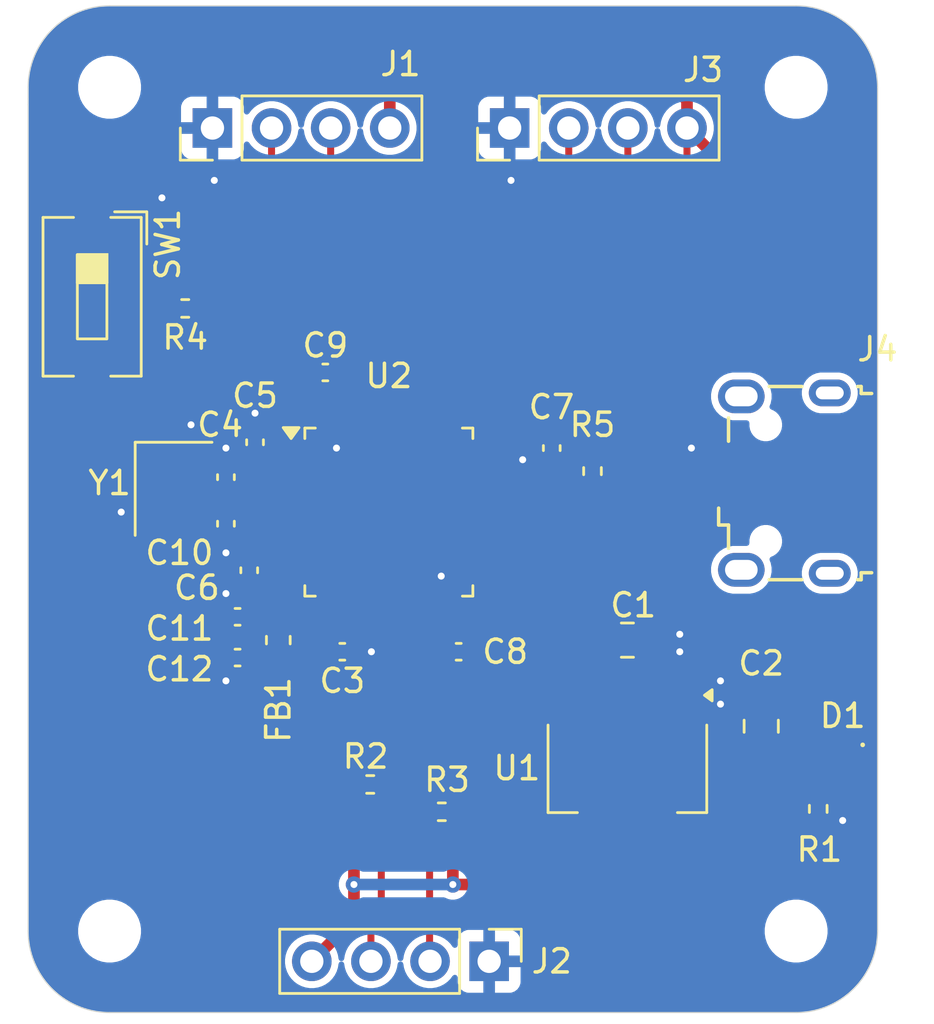
<source format=kicad_pcb>
(kicad_pcb (version 20241229) (generator "pcbnew") (generator_version "9.0")
  (layers (0 "F.Cu" signal) (2 "B.Cu" power) (13 "F.Paste" user) (15 "B.Paste" user) (5 "F.SilkS" user "F.Silkscreen") (7 "B.SilkS" user "B.Silkscreen") (1 "F.Mask" user) (3 "B.Mask" user) (25 "Edge.Cuts" user))
  (net 0 "")
  (net 1 "GND")
  (net 2 "VBUS")
  (net 3 "+3.3V")
  (net 4 "/NRST")
  (net 5 "/HSE_IN")
  (net 6 "/HSE_OUT")
  (net 7 "+3.3VA")
  (net 8 "/PWR_LED_K")
  (net 9 "/USART1_TX")
  (net 10 "/USART1_RX")
  (net 11 "/I2C2_SCL")
  (net 12 "/I2C2_SDA")
  (net 13 "/SWCLK")
  (net 14 "/SWDIO")
  (net 15 "/USB_D+")
  (net 18 "/USB_D-")
  (net 19 "/BOOT0")
  (net 20 "/SW_BOOT0")
  (footprint "Capacitor_SMD:C_0402_1005Metric" (layer "F.Cu") (at 64 79 -90)
    (property "Reference" "C6" (at 2.75 1.25 180) (layer "F.SilkS"))
    (property "Value" "10p")
    (fp_line (start -0.107836 0.36) (end 0.107836 0.36) (stroke (width 0.12)) (layer "F.SilkS"))
    (fp_line (start -0.107836 -0.36) (end 0.107836 -0.36) (stroke (width 0.12)) (layer "F.SilkS"))
    (pad "1" smd roundrect (at -0.48 0 270) (size 0.56 0.62) (layers "F.Cu" "F.Mask" "F.Paste") (net 6 "/HSE_OUT"))
    (pad "2" smd roundrect (at 0.48 0 270) (size 0.56 0.62) (layers "F.Cu" "F.Mask" "F.Paste") (net 1 "GND"))
  )
  (footprint "Capacitor_SMD:C_0805_2012Metric" (layer "F.Cu") (at 87 87.7 90)
    (property "Reference" "C2" (at 2.7 0 0) (layer "F.SilkS"))
    (property "Value" "22u")
    (fp_line (start -0.261252 -0.735) (end 0.261252 -0.735) (stroke (width 0.12)) (layer "F.SilkS"))
    (fp_line (start -0.261252 0.735) (end 0.261252 0.735) (stroke (width 0.12)) (layer "F.SilkS"))
    (pad "1" smd roundrect (at -0.95 0 90) (size 1 1.45) (layers "F.Cu" "F.Mask" "F.Paste") (net 3 "+3.3V"))
    (pad "2" smd roundrect (at 0.95 0 90) (size 1 1.45) (layers "F.Cu" "F.Mask" "F.Paste") (net 1 "GND"))
  )
  (footprint "Package_QFP:LQFP-48_7x7mm_P0.5mm" (layer "F.Cu") (at 71 78.5)
    (property "Reference" "U2" (at 0 -5.85 0) (layer "F.SilkS"))
    (property "Value" "STM32F103C8Tx")
    (fp_line (start -3.61 -3.61) (end -3.61 -3.16) (stroke (width 0.12)) (layer "F.SilkS"))
    (fp_line (start -3.61 3.61) (end -3.61 3.16) (stroke (width 0.12)) (layer "F.SilkS"))
    (fp_line (start -3.16 -3.61) (end -3.61 -3.61) (stroke (width 0.12)) (layer "F.SilkS"))
    (fp_line (start -3.16 3.61) (end -3.61 3.61) (stroke (width 0.12)) (layer "F.SilkS"))
    (fp_line (start 3.16 -3.61) (end 3.61 -3.61) (stroke (width 0.12)) (layer "F.SilkS"))
    (fp_line (start 3.16 3.61) (end 3.61 3.61) (stroke (width 0.12)) (layer "F.SilkS"))
    (fp_line (start 3.61 -3.61) (end 3.61 -3.16) (stroke (width 0.12)) (layer "F.SilkS"))
    (fp_line (start 3.61 3.61) (end 3.61 3.16) (stroke (width 0.12)) (layer "F.SilkS"))
    (fp_poly (pts (xy -4.2 -3.16) (xy -4.54 -3.63) (xy -3.86 -3.63)) (stroke (width 0.12)) (fill yes) (layer "F.SilkS"))
    (pad "1" smd roundrect (at -4.1625 -2.75) (size 1.475 0.3) (layers "F.Cu" "F.Mask" "F.Paste") (net 3 "+3.3V"))
    (pad "2" smd roundrect (at -4.1625 -2.25) (size 1.475 0.3) (layers "F.Cu" "F.Mask" "F.Paste"))
    (pad "3" smd roundrect (at -4.1625 -1.75) (size 1.475 0.3) (layers "F.Cu" "F.Mask" "F.Paste"))
    (pad "4" smd roundrect (at -4.1625 -1.25) (size 1.475 0.3) (layers "F.Cu" "F.Mask" "F.Paste"))
    (pad "5" smd roundrect (at -4.1625 -0.75) (size 1.475 0.3) (layers "F.Cu" "F.Mask" "F.Paste") (net 5 "/HSE_IN"))
    (pad "6" smd roundrect (at -4.1625 -0.25) (size 1.475 0.3) (layers "F.Cu" "F.Mask" "F.Paste") (net 6 "/HSE_OUT"))
    (pad "7" smd roundrect (at -4.1625 0.25) (size 1.475 0.3) (layers "F.Cu" "F.Mask" "F.Paste") (net 4 "/NRST"))
    (pad "8" smd roundrect (at -4.1625 0.75) (size 1.475 0.3) (layers "F.Cu" "F.Mask" "F.Paste") (net 1 "GND"))
    (pad "9" smd roundrect (at -4.1625 1.25) (size 1.475 0.3) (layers "F.Cu" "F.Mask" "F.Paste") (net 7 "+3.3VA"))
    (pad "10" smd roundrect (at -4.1625 1.75) (size 1.475 0.3) (layers "F.Cu" "F.Mask" "F.Paste"))
    (pad "11" smd roundrect (at -4.1625 2.25) (size 1.475 0.3) (layers "F.Cu" "F.Mask" "F.Paste"))
    (pad "12" smd roundrect (at -4.1625 2.75) (size 1.475 0.3) (layers "F.Cu" "F.Mask" "F.Paste"))
    (pad "13" smd roundrect (at -2.75 4.1625) (size 0.3 1.475) (layers "F.Cu" "F.Mask" "F.Paste"))
    (pad "14" smd roundrect (at -2.25 4.1625) (size 0.3 1.475) (layers "F.Cu" "F.Mask" "F.Paste"))
    (pad "15" smd roundrect (at -1.75 4.1625) (size 0.3 1.475) (layers "F.Cu" "F.Mask" "F.Paste"))
    (pad "16" smd roundrect (at -1.25 4.1625) (size 0.3 1.475) (layers "F.Cu" "F.Mask" "F.Paste"))
    (pad "17" smd roundrect (at -0.75 4.1625) (size 0.3 1.475) (layers "F.Cu" "F.Mask" "F.Paste"))
    (pad "18" smd roundrect (at -0.25 4.1625) (size 0.3 1.475) (layers "F.Cu" "F.Mask" "F.Paste"))
    (pad "19" smd roundrect (at 0.25 4.1625) (size 0.3 1.475) (layers "F.Cu" "F.Mask" "F.Paste"))
    (pad "20" smd roundrect (at 0.75 4.1625) (size 0.3 1.475) (layers "F.Cu" "F.Mask" "F.Paste"))
    (pad "21" smd roundrect (at 1.25 4.1625) (size 0.3 1.475) (layers "F.Cu" "F.Mask" "F.Paste") (net 11 "/I2C2_SCL"))
    (pad "22" smd roundrect (at 1.75 4.1625) (size 0.3 1.475) (layers "F.Cu" "F.Mask" "F.Paste") (net 12 "/I2C2_SDA"))
    (pad "23" smd roundrect (at 2.25 4.1625) (size 0.3 1.475) (layers "F.Cu" "F.Mask" "F.Paste") (net 1 "GND"))
    (pad "24" smd roundrect (at 2.75 4.1625) (size 0.3 1.475) (layers "F.Cu" "F.Mask" "F.Paste") (net 3 "+3.3V"))
    (pad "25" smd roundrect (at 4.1625 2.75) (size 1.475 0.3) (layers "F.Cu" "F.Mask" "F.Paste"))
    (pad "26" smd roundrect (at 4.1625 2.25) (size 1.475 0.3) (layers "F.Cu" "F.Mask" "F.Paste"))
    (pad "27" smd roundrect (at 4.1625 1.75) (size 1.475 0.3) (layers "F.Cu" "F.Mask" "F.Paste"))
    (pad "28" smd roundrect (at 4.1625 1.25) (size 1.475 0.3) (layers "F.Cu" "F.Mask" "F.Paste"))
    (pad "29" smd roundrect (at 4.1625 0.75) (size 1.475 0.3) (layers "F.Cu" "F.Mask" "F.Paste"))
    (pad "30" smd roundrect (at 4.1625 0.25) (size 1.475 0.3) (layers "F.Cu" "F.Mask" "F.Paste"))
    (pad "31" smd roundrect (at 4.1625 -0.25) (size 1.475 0.3) (layers "F.Cu" "F.Mask" "F.Paste"))
    (pad "32" smd roundrect (at 4.1625 -0.75) (size 1.475 0.3) (layers "F.Cu" "F.Mask" "F.Paste") (net 18 "/USB_D-"))
    (pad "33" smd roundrect (at 4.1625 -1.25) (size 1.475 0.3) (layers "F.Cu" "F.Mask" "F.Paste") (net 15 "/USB_D+"))
    (pad "34" smd roundrect (at 4.1625 -1.75) (size 1.475 0.3) (layers "F.Cu" "F.Mask" "F.Paste") (net 14 "/SWDIO"))
    (pad "35" smd roundrect (at 4.1625 -2.25) (size 1.475 0.3) (layers "F.Cu" "F.Mask" "F.Paste") (net 1 "GND"))
    (pad "36" smd roundrect (at 4.1625 -2.75) (size 1.475 0.3) (layers "F.Cu" "F.Mask" "F.Paste") (net 3 "+3.3V"))
    (pad "37" smd roundrect (at 2.75 -4.1625) (size 0.3 1.475) (layers "F.Cu" "F.Mask" "F.Paste") (net 13 "/SWCLK"))
    (pad "38" smd roundrect (at 2.25 -4.1625) (size 0.3 1.475) (layers "F.Cu" "F.Mask" "F.Paste"))
    (pad "39" smd roundrect (at 1.75 -4.1625) (size 0.3 1.475) (layers "F.Cu" "F.Mask" "F.Paste"))
    (pad "40" smd roundrect (at 1.25 -4.1625) (size 0.3 1.475) (layers "F.Cu" "F.Mask" "F.Paste"))
    (pad "41" smd roundrect (at 0.75 -4.1625) (size 0.3 1.475) (layers "F.Cu" "F.Mask" "F.Paste"))
    (pad "42" smd roundrect (at 0.25 -4.1625) (size 0.3 1.475) (layers "F.Cu" "F.Mask" "F.Paste") (net 9 "/USART1_TX"))
    (pad "43" smd roundrect (at -0.25 -4.1625) (size 0.3 1.475) (layers "F.Cu" "F.Mask" "F.Paste") (net 10 "/USART1_RX"))
    (pad "44" smd roundrect (at -0.75 -4.1625) (size 0.3 1.475) (layers "F.Cu" "F.Mask" "F.Paste") (net 19 "/BOOT0"))
    (pad "45" smd roundrect (at -1.25 -4.1625) (size 0.3 1.475) (layers "F.Cu" "F.Mask" "F.Paste"))
    (pad "46" smd roundrect (at -1.75 -4.1625) (size 0.3 1.475) (layers "F.Cu" "F.Mask" "F.Paste"))
    (pad "47" smd roundrect (at -2.25 -4.1625) (size 0.3 1.475) (layers "F.Cu" "F.Mask" "F.Paste") (net 1 "GND"))
    (pad "48" smd roundrect (at -2.75 -4.1625) (size 0.3 1.475) (layers "F.Cu" "F.Mask" "F.Paste") (net 3 "+3.3V"))
  )
  (footprint "Resistor_SMD:R_0402_1005Metric" (layer "F.Cu") (at 73.275 91.375 180)
    (property "Reference" "R3" (at -0.225 1.375 0) (layer "F.SilkS"))
    (property "Value" "1k5")
    (fp_line (start -0.153641 0.38) (end 0.153641 0.38) (stroke (width 0.12)) (layer "F.SilkS"))
    (fp_line (start -0.153641 -0.38) (end 0.153641 -0.38) (stroke (width 0.12)) (layer "F.SilkS"))
    (pad "1" smd roundrect (at -0.51 0 180) (size 0.54 0.64) (layers "F.Cu" "F.Mask" "F.Paste") (net 3 "+3.3V"))
    (pad "2" smd roundrect (at 0.51 0 180) (size 0.54 0.64) (layers "F.Cu" "F.Mask" "F.Paste") (net 12 "/I2C2_SDA"))
  )
  (footprint "MountingHole:MountingHole_2.2mm_M2" (layer "F.Cu") (at 59 96.5)
    (property "Reference" "H4" (hide yes))
    (property "Value" "MountingHole" (hide yes))
    (pad "" np_thru_hole circle (at 0 0) (size 2.2 2.2) (drill 2.2) (layers "*.Cu" "*.Mask"))
  )
  (footprint "Resistor_SMD:R_0402_1005Metric" (layer "F.Cu") (at 62.25 69.75)
    (property "Reference" "R4" (at 0 1.25 0) (layer "F.SilkS"))
    (property "Value" "10k")
    (fp_line (start -0.153641 -0.38) (end 0.153641 -0.38) (stroke (width 0.12)) (layer "F.SilkS"))
    (fp_line (start -0.153641 0.38) (end 0.153641 0.38) (stroke (width 0.12)) (layer "F.SilkS"))
    (pad "1" smd roundrect (at -0.51 0) (size 0.54 0.64) (layers "F.Cu" "F.Mask" "F.Paste") (net 20 "/SW_BOOT0"))
    (pad "2" smd roundrect (at 0.51 0) (size 0.54 0.64) (layers "F.Cu" "F.Mask" "F.Paste") (net 19 "/BOOT0"))
  )
  (footprint "Capacitor_SMD:C_0402_1005Metric" (layer "F.Cu") (at 64 77 90)
    (property "Reference" "C4" (at 2.25 -0.25 0) (layer "F.SilkS"))
    (property "Value" "10p")
    (fp_line (start -0.107836 -0.36) (end 0.107836 -0.36) (stroke (width 0.12)) (layer "F.SilkS"))
    (fp_line (start -0.107836 0.36) (end 0.107836 0.36) (stroke (width 0.12)) (layer "F.SilkS"))
    (pad "1" smd roundrect (at -0.48 0 90) (size 0.56 0.62) (layers "F.Cu" "F.Mask" "F.Paste") (net 5 "/HSE_IN"))
    (pad "2" smd roundrect (at 0.48 0 90) (size 0.56 0.62) (layers "F.Cu" "F.Mask" "F.Paste") (net 1 "GND"))
  )
  (footprint "MountingHole:MountingHole_2.2mm_M2" (layer "F.Cu") (at 88.5 60.25)
    (property "Reference" "H2" (hide yes))
    (property "Value" "MountingHole" (hide yes))
    (pad "" np_thru_hole circle (at 0 0) (size 2.2 2.2) (drill 2.2) (layers "*.Cu" "*.Mask"))
  )
  (footprint "Button_Switch_SMD:SW_DIP_SPSTx01_Slide_6.7x4.1mm_W8.61mm_P2.54mm_LowProfile" (layer "F.Cu") (at 58.25 69.25 -90)
    (property "Reference" "SW1" (at -2.25 -3.25 270) (layer "F.SilkS"))
    (property "Value" "SW_SPDT")
    (fp_line (start -3.41 2.11) (end 3.41 2.11) (stroke (width 0.12)) (layer "F.SilkS"))
    (fp_line (start -3.41 0.8) (end -3.41 2.11) (stroke (width 0.12)) (layer "F.SilkS"))
    (fp_line (start 3.41 0.8) (end 3.41 2.11) (stroke (width 0.12)) (layer "F.SilkS"))
    (fp_line (start -0.603333 -0.635) (end -0.603333 0.635) (stroke (width 0.12)) (layer "F.SilkS"))
    (fp_line (start -3.41 -2.11) (end -3.41 -0.8) (stroke (width 0.12)) (layer "F.SilkS"))
    (fp_line (start -3.41 -2.11) (end 3.41 -2.11) (stroke (width 0.12)) (layer "F.SilkS"))
    (fp_line (start 3.41 -2.11) (end 3.41 -0.8) (stroke (width 0.12)) (layer "F.SilkS"))
    (fp_line (start -3.65 -2.35) (end -3.65 -0.967) (stroke (width 0.12)) (layer "F.SilkS"))
    (fp_line (start -3.65 -2.35) (end -2.267 -2.35) (stroke (width 0.12)) (layer "F.SilkS"))
    (fp_rect (start -1.81 -0.635) (end -0.603333 0.635) (stroke (width 0.12)) (fill yes) (layer "F.SilkS"))
    (fp_rect (start -1.81 -0.635) (end 1.81 0.635) (stroke (width 0.12)) (fill no) (layer "F.SilkS"))
    (pad "1" smd roundrect (at -4.305 0 270) (size 2.44 1.12) (layers "F.Cu" "F.Mask" "F.Paste") (roundrect_rratio 0.223214) (net 1 "GND"))
    (pad "2" smd roundrect (at 4.305 0 270) (size 2.44 1.12) (layers "F.Cu" "F.Mask" "F.Paste") (roundrect_rratio 0.223214) (net 20 "/SW_BOOT0"))
  )
  (footprint "Resistor_SMD:R_0402_1005Metric" (layer "F.Cu") (at 79.75 76.74 -90)
    (property "Reference" "R5" (at -1.99 0 180) (layer "F.SilkS"))
    (property "Value" "1K5")
    (fp_line (start -0.153641 0.38) (end 0.153641 0.38) (stroke (width 0.12)) (layer "F.SilkS"))
    (fp_line (start -0.153641 -0.38) (end 0.153641 -0.38) (stroke (width 0.12)) (layer "F.SilkS"))
    (pad "1" smd roundrect (at -0.51 0 270) (size 0.54 0.64) (layers "F.Cu" "F.Mask" "F.Paste") (net 3 "+3.3V"))
    (pad "2" smd roundrect (at 0.51 0 270) (size 0.54 0.64) (layers "F.Cu" "F.Mask" "F.Paste") (net 15 "/USB_D+"))
  )
  (footprint "MountingHole:MountingHole_2.2mm_M2" (layer "F.Cu") (at 88.5 96.5)
    (property "Reference" "H3" (hide yes))
    (property "Value" "MountingHole" (hide yes))
    (pad "" np_thru_hole circle (at 0 0) (size 2.2 2.2) (drill 2.2) (layers "*.Cu" "*.Mask"))
  )
  (footprint "Resistor_SMD:R_0402_1005Metric" (layer "F.Cu") (at 89.45 91.25 -90)
    (property "Reference" "R1" (at 1.75 -0.05 180) (layer "F.SilkS"))
    (property "Value" "1k5")
    (fp_line (start -0.153641 0.38) (end 0.153641 0.38) (stroke (width 0.12)) (layer "F.SilkS"))
    (fp_line (start -0.153641 -0.38) (end 0.153641 -0.38) (stroke (width 0.12)) (layer "F.SilkS"))
    (pad "1" smd roundrect (at -0.51 0 270) (size 0.54 0.64) (layers "F.Cu" "F.Mask" "F.Paste") (net 8 "/PWR_LED_K"))
    (pad "2" smd roundrect (at 0.51 0 270) (size 0.54 0.64) (layers "F.Cu" "F.Mask" "F.Paste") (net 1 "GND"))
  )
  (footprint "Connector_PinHeader_2.54mm:PinHeader_1x04_P2.54mm_Vertical" (layer "F.Cu") (at 75.31 97.8 -90)
    (property "Reference" "J2" (at 0 -2.69 180) (layer "F.SilkS"))
    (property "Value" "Conn_01x04_Pin")
    (fp_line (start -1.38 9) (end 1.38 9) (stroke (width 0.12)) (layer "F.SilkS"))
    (fp_line (start -1.38 1.27) (end -1.38 9) (stroke (width 0.12)) (layer "F.SilkS"))
    (fp_line (start -1.38 1.27) (end 1.38 1.27) (stroke (width 0.12)) (layer "F.SilkS"))
    (fp_line (start 1.38 1.27) (end 1.38 9) (stroke (width 0.12)) (layer "F.SilkS"))
    (fp_line (start -1.38 0) (end -1.38 -1.38) (stroke (width 0.12)) (layer "F.SilkS"))
    (fp_line (start -1.38 -1.38) (end 0 -1.38) (stroke (width 0.12)) (layer "F.SilkS"))
    (pad "1" thru_hole rect (at 0 0 270) (size 1.7 1.7) (drill 1) (layers "*.Cu" "*.Mask") (net 1 "GND"))
    (pad "2" thru_hole circle (at 0 2.54 270) (size 1.7 1.7) (drill 1) (layers "*.Cu" "*.Mask") (net 12 "/I2C2_SDA"))
    (pad "3" thru_hole circle (at 0 5.08 270) (size 1.7 1.7) (drill 1) (layers "*.Cu" "*.Mask") (net 11 "/I2C2_SCL"))
    (pad "4" thru_hole circle (at 0 7.62 270) (size 1.7 1.7) (drill 1) (layers "*.Cu" "*.Mask") (net 3 "+3.3V"))
  )
  (footprint "Resistor_SMD:R_0402_1005Metric" (layer "F.Cu") (at 70.2 90.2)
    (property "Reference" "R2" (at -0.2 -1.2 0) (layer "F.SilkS"))
    (property "Value" "1k5")
    (fp_line (start -0.153641 -0.38) (end 0.153641 -0.38) (stroke (width 0.12)) (layer "F.SilkS"))
    (fp_line (start -0.153641 0.38) (end 0.153641 0.38) (stroke (width 0.12)) (layer "F.SilkS"))
    (pad "1" smd roundrect (at -0.51 0) (size 0.54 0.64) (layers "F.Cu" "F.Mask" "F.Paste") (net 3 "+3.3V"))
    (pad "2" smd roundrect (at 0.51 0) (size 0.54 0.64) (layers "F.Cu" "F.Mask" "F.Paste") (net 11 "/I2C2_SCL"))
  )
  (footprint "Connector_USB:USB_Micro-B_Wuerth_629105150521" (layer "F.Cu") (at 87.995 77.255 90)
    (property "Reference" "J4" (at 5.75 4 180) (layer "F.SilkS"))
    (property "Value" "USB_B_Micro")
    (fp_line (start -1.075 -2.825) (end -1.8 -2.825) (stroke (width 0.15)) (layer "F.SilkS"))
    (fp_line (start -1.8 -2.825) (end -1.8 -2.4) (stroke (width 0.15)) (layer "F.SilkS"))
    (fp_line (start 1.8 -2.4) (end 2.8 -2.4) (stroke (width 0.15)) (layer "F.SilkS"))
    (fp_line (start -1.8 -2.4) (end -2.8 -2.4) (stroke (width 0.15)) (layer "F.SilkS"))
    (fp_line (start -4.15 -0.65) (end -4.15 0.75) (stroke (width 0.15)) (layer "F.SilkS"))
    (fp_line (start 4.15 0.75) (end 4.15 -0.65) (stroke (width 0.15)) (layer "F.SilkS"))
    (fp_line (start -4.15 3.15) (end -4.15 3.3) (stroke (width 0.15)) (layer "F.SilkS"))
    (fp_line (start 4.15 3.3) (end 4.15 3.15) (stroke (width 0.15)) (layer "F.SilkS"))
    (fp_line (start 3.85 3.3) (end 4.15 3.3) (stroke (width 0.15)) (layer "F.SilkS"))
    (fp_line (start -3.85 3.3) (end -3.85 3.75) (stroke (width 0.15)) (layer "F.SilkS"))
    (fp_line (start -4.15 3.3) (end -3.85 3.3) (stroke (width 0.15)) (layer "F.SilkS"))
    (fp_line (start 3.85 3.75) (end 3.85 3.3) (stroke (width 0.15)) (layer "F.SilkS"))
    (pad "" np_thru_hole oval (at -2.5 -0.8 90) (size 0.8 0.8) (drill 0.8) (layers "*.Cu" "*.Mask"))
    (pad "" np_thru_hole oval (at 2.5 -0.8 90) (size 0.8 0.8) (drill 0.8) (layers "*.Cu" "*.Mask"))
    (pad "1" smd rect (at -1.3 -1.9 90) (size 0.45 1.3) (layers "F.Cu" "F.Mask" "F.Paste") (net 2 "VBUS"))
    (pad "2" smd rect (at -0.65 -1.9 90) (size 0.45 1.3) (layers "F.Cu" "F.Mask" "F.Paste") (net 18 "/USB_D-"))
    (pad "3" smd rect (at 0 -1.9 90) (size 0.45 1.3) (layers "F.Cu" "F.Mask" "F.Paste") (net 15 "/USB_D+"))
    (pad "4" smd rect (at 0.65 -1.9 90) (size 0.45 1.3) (layers "F.Cu" "F.Mask" "F.Paste"))
    (pad "5" smd rect (at 1.3 -1.9 90) (size 0.45 1.3) (layers "F.Cu" "F.Mask" "F.Paste") (net 1 "GND"))
    (pad "6" thru_hole oval (at -3.875 1.95 90) (size 1.15 1.8) (drill oval 0.55 1.2) (property pad_prop_heatsink) (layers "*.Cu" "*.Mask"))
    (pad "6" thru_hole oval (at -3.725 -1.85 90) (size 1.45 2) (drill oval 0.85 1.4) (property pad_prop_heatsink) (layers "*.Cu" "*.Mask"))
    (pad "6" thru_hole oval (at 3.725 -1.85 90) (size 1.45 2) (drill oval 0.85 1.4) (property pad_prop_heatsink) (layers "*.Cu" "*.Mask"))
    (pad "6" thru_hole oval (at 3.875 1.95 90) (size 1.15 1.8) (drill oval 0.55 1.2) (property pad_prop_heatsink) (layers "*.Cu" "*.Mask"))
  )
  (footprint "Capacitor_SMD:C_0402_1005Metric" (layer "F.Cu") (at 68.27 72.5)
    (property "Reference" "C9" (at 0 -1.16 0) (layer "F.SilkS"))
    (property "Value" "100n")
    (fp_line (start -0.107836 -0.36) (end 0.107836 -0.36) (stroke (width 0.12)) (layer "F.SilkS"))
    (fp_line (start -0.107836 0.36) (end 0.107836 0.36) (stroke (width 0.12)) (layer "F.SilkS"))
    (pad "1" smd roundrect (at -0.48 0) (size 0.56 0.62) (layers "F.Cu" "F.Mask" "F.Paste") (net 3 "+3.3V"))
    (pad "2" smd roundrect (at 0.48 0) (size 0.56 0.62) (layers "F.Cu" "F.Mask" "F.Paste") (net 1 "GND"))
  )
  (footprint "Capacitor_SMD:C_0402_1005Metric" (layer "F.Cu") (at 65.25 75.5 90)
    (property "Reference" "C5" (at 2 0 180) (layer "F.SilkS"))
    (property "Value" "100n")
    (fp_line (start -0.107836 -0.36) (end 0.107836 -0.36) (stroke (width 0.12)) (layer "F.SilkS"))
    (fp_line (start -0.107836 0.36) (end 0.107836 0.36) (stroke (width 0.12)) (layer "F.SilkS"))
    (pad "1" smd roundrect (at -0.48 0 90) (size 0.56 0.62) (layers "F.Cu" "F.Mask" "F.Paste") (net 3 "+3.3V"))
    (pad "2" smd roundrect (at 0.48 0 90) (size 0.56 0.62) (layers "F.Cu" "F.Mask" "F.Paste") (net 1 "GND"))
  )
  (footprint "MountingHole:MountingHole_2.2mm_M2" (layer "F.Cu") (at 59 60.25)
    (property "Reference" "H1" (hide yes))
    (property "Value" "MountingHole" (hide yes))
    (pad "" np_thru_hole circle (at 0 0) (size 2.2 2.2) (drill 2.2) (layers "*.Cu" "*.Mask"))
  )
  (footprint "Capacitor_SMD:C_0402_1005Metric" (layer "F.Cu") (at 65 81 90)
    (property "Reference" "C10" (at 0.75 -3 180) (layer "F.SilkS"))
    (property "Value" "10n")
    (fp_line (start -0.107836 -0.36) (end 0.107836 -0.36) (stroke (width 0.12)) (layer "F.SilkS"))
    (fp_line (start -0.107836 0.36) (end 0.107836 0.36) (stroke (width 0.12)) (layer "F.SilkS"))
    (pad "1" smd roundrect (at -0.48 0 90) (size 0.56 0.62) (layers "F.Cu" "F.Mask" "F.Paste") (net 1 "GND"))
    (pad "2" smd roundrect (at 0.48 0 90) (size 0.56 0.62) (layers "F.Cu" "F.Mask" "F.Paste") (net 7 "+3.3VA"))
  )
  (footprint "Capacitor_SMD:C_0402_1005Metric" (layer "F.Cu") (at 64.5 84.75 180)
    (property "Reference" "C12" (at 2.5 -0.5 0) (layer "F.SilkS"))
    (property "Value" "1u")
    (fp_line (start -0.107836 0.36) (end 0.107836 0.36) (stroke (width 0.12)) (layer "F.SilkS"))
    (fp_line (start -0.107836 -0.36) (end 0.107836 -0.36) (stroke (width 0.12)) (layer "F.SilkS"))
    (pad "1" smd roundrect (at -0.48 0 180) (size 0.56 0.62) (layers "F.Cu" "F.Mask" "F.Paste") (net 3 "+3.3V"))
    (pad "2" smd roundrect (at 0.48 0 180) (size 0.56 0.62) (layers "F.Cu" "F.Mask" "F.Paste") (net 1 "GND"))
  )
  (footprint "Capacitor_SMD:C_0402_1005Metric" (layer "F.Cu") (at 69 84.5)
    (property "Reference" "C3" (at 0 1.25 0) (layer "F.SilkS"))
    (property "Value" "100n")
    (fp_line (start -0.107836 -0.36) (end 0.107836 -0.36) (stroke (width 0.12)) (layer "F.SilkS"))
    (fp_line (start -0.107836 0.36) (end 0.107836 0.36) (stroke (width 0.12)) (layer "F.SilkS"))
    (pad "1" smd roundrect (at -0.48 0) (size 0.56 0.62) (layers "F.Cu" "F.Mask" "F.Paste") (net 4 "/NRST"))
    (pad "2" smd roundrect (at 0.48 0) (size 0.56 0.62) (layers "F.Cu" "F.Mask" "F.Paste") (net 1 "GND"))
  )
  (footprint "Package_TO_SOT_SMD:SOT-223-3_TabPin2" (layer "F.Cu") (at 81.25 89.5 -90)
    (property "Reference" "U1" (at 0 4.75 180) (layer "F.SilkS"))
    (property "Value" "AMS1117-3.3")
    (fp_line (start -1.85 3.41) (end 1.91 3.41) (stroke (width 0.12)) (layer "F.SilkS"))
    (fp_line (start 1.91 3.41) (end 1.91 2.15) (stroke (width 0.12)) (layer "F.SilkS"))
    (fp_line (start -1.85 -3.41) (end 1.91 -3.41) (stroke (width 0.12)) (layer "F.SilkS"))
    (fp_line (start 1.91 -3.41) (end 1.91 -2.15) (stroke (width 0.12)) (layer "F.SilkS"))
    (fp_poly (pts (xy -3.13 -3.31) (xy -3.37 -3.64) (xy -2.89 -3.64) (xy -3.13 -3.31)) (stroke (width 0.12)) (fill yes) (layer "F.SilkS"))
    (pad "1" smd roundrect (at -3.15 -2.3 270) (size 2 1.5) (layers "F.Cu" "F.Mask" "F.Paste") (net 1 "GND"))
    (pad "2" smd roundrect (at -3.15 0 270) (size 2 1.5) (layers "F.Cu" "F.Mask" "F.Paste") (net 3 "+3.3V"))
    (pad "2" smd roundrect (at 3.15 0 270) (size 2 3.8) (layers "F.Cu" "F.Mask" "F.Paste") (net 3 "+3.3V"))
    (pad "3" smd roundrect (at -3.15 2.3 270) (size 2 1.5) (layers "F.Cu" "F.Mask" "F.Paste") (net 2 "VBUS"))
  )
  (footprint "Capacitor_SMD:C_0805_2012Metric" (layer "F.Cu") (at 81.25 84)
    (property "Reference" "C1" (at 0.25 -1.5 0) (layer "F.SilkS"))
    (property "Value" "22u")
    (fp_line (start -0.261252 -0.735) (end 0.261252 -0.735) (stroke (width 0.12)) (layer "F.SilkS"))
    (fp_line (start -0.261252 0.735) (end 0.261252 0.735) (stroke (width 0.12)) (layer "F.SilkS"))
    (pad "1" smd roundrect (at -0.95 0) (size 1 1.45) (layers "F.Cu" "F.Mask" "F.Paste") (net 2 "VBUS"))
    (pad "2" smd roundrect (at 0.95 0) (size 1 1.45) (layers "F.Cu" "F.Mask" "F.Paste") (net 1 "GND"))
  )
  (footprint "LED_SMD:LED_0201_0603Metric" (layer "F.Cu") (at 90.5 88.5 180)
    (property "Reference" "D1" (at 0 1.25 0) (layer "F.SilkS"))
    (property "Value" "RED")
    (fp_circle (center -0.86 0) (end -0.81 0) (stroke (width 0.1)) (fill no) (layer "F.SilkS"))
    (pad "1" smd roundrect (at -0.32 0 180) (size 0.46 0.4) (layers "F.Cu" "F.Mask") (net 8 "/PWR_LED_K"))
    (pad "2" smd roundrect (at 0.32 0 180) (size 0.46 0.4) (layers "F.Cu" "F.Mask") (net 3 "+3.3V"))
  )
  (footprint "Capacitor_SMD:C_0402_1005Metric" (layer "F.Cu") (at 78 75.75 -90)
    (property "Reference" "C7" (at -1.76 0.01 180) (layer "F.SilkS"))
    (property "Value" "100n")
    (fp_line (start -0.107836 0.36) (end 0.107836 0.36) (stroke (width 0.12)) (layer "F.SilkS"))
    (fp_line (start -0.107836 -0.36) (end 0.107836 -0.36) (stroke (width 0.12)) (layer "F.SilkS"))
    (pad "1" smd roundrect (at -0.48 0 270) (size 0.56 0.62) (layers "F.Cu" "F.Mask" "F.Paste") (net 3 "+3.3V"))
    (pad "2" smd roundrect (at 0.48 0 270) (size 0.56 0.62) (layers "F.Cu" "F.Mask" "F.Paste") (net 1 "GND"))
  )
  (footprint "Connector_PinHeader_2.54mm:PinHeader_1x04_P2.54mm_Vertical" (layer "F.Cu") (at 76.19 62 90)
    (property "Reference" "J3" (at 2.5 8.31 180) (layer "F.SilkS"))
    (property "Value" "Conn_01x04_Pin")
    (fp_line (start -1.38 -1.38) (end 0 -1.38) (stroke (width 0.12)) (layer "F.SilkS"))
    (fp_line (start -1.38 0) (end -1.38 -1.38) (stroke (width 0.12)) (layer "F.SilkS"))
    (fp_line (start 1.38 1.27) (end 1.38 9) (stroke (width 0.12)) (layer "F.SilkS"))
    (fp_line (start -1.38 1.27) (end 1.38 1.27) (stroke (width 0.12)) (layer "F.SilkS"))
    (fp_line (start -1.38 1.27) (end -1.38 9) (stroke (width 0.12)) (layer "F.SilkS"))
    (fp_line (start -1.38 9) (end 1.38 9) (stroke (width 0.12)) (layer "F.SilkS"))
    (pad "1" thru_hole rect (at 0 0 90) (size 1.7 1.7) (drill 1) (layers "*.Cu" "*.Mask") (net 1 "GND"))
    (pad "2" thru_hole circle (at 0 2.54 90) (size 1.7 1.7) (drill 1) (layers "*.Cu" "*.Mask") (net 13 "/SWCLK"))
    (pad "3" thru_hole circle (at 0 5.08 90) (size 1.7 1.7) (drill 1) (layers "*.Cu" "*.Mask") (net 14 "/SWDIO"))
    (pad "4" thru_hole circle (at 0 7.62 90) (size 1.7 1.7) (drill 1) (layers "*.Cu" "*.Mask") (net 3 "+3.3V"))
  )
  (footprint "Connector_PinHeader_2.54mm:PinHeader_1x04_P2.54mm_Vertical" (layer "F.Cu") (at 63.42 62 90)
    (property "Reference" "J1" (at 2.75 8.08 180) (layer "F.SilkS"))
    (property "Value" "Conn_01x04_Pin")
    (fp_line (start -1.38 -1.38) (end 0 -1.38) (stroke (width 0.12)) (layer "F.SilkS"))
    (fp_line (start -1.38 0) (end -1.38 -1.38) (stroke (width 0.12)) (layer "F.SilkS"))
    (fp_line (start 1.38 1.27) (end 1.38 9) (stroke (width 0.12)) (layer "F.SilkS"))
    (fp_line (start -1.38 1.27) (end 1.38 1.27) (stroke (width 0.12)) (layer "F.SilkS"))
    (fp_line (start -1.38 1.27) (end -1.38 9) (stroke (width 0.12)) (layer "F.SilkS"))
    (fp_line (start -1.38 9) (end 1.38 9) (stroke (width 0.12)) (layer "F.SilkS"))
    (pad "1" thru_hole rect (at 0 0 90) (size 1.7 1.7) (drill 1) (layers "*.Cu" "*.Mask") (net 1 "GND"))
    (pad "2" thru_hole circle (at 0 2.54 90) (size 1.7 1.7) (drill 1) (layers "*.Cu" "*.Mask") (net 10 "/USART1_RX"))
    (pad "3" thru_hole circle (at 0 5.08 90) (size 1.7 1.7) (drill 1) (layers "*.Cu" "*.Mask") (net 9 "/USART1_TX"))
    (pad "4" thru_hole circle (at 0 7.62 90) (size 1.7 1.7) (drill 1) (layers "*.Cu" "*.Mask") (net 3 "+3.3V"))
  )
  (footprint "Capacitor_SMD:C_0402_1005Metric" (layer "F.Cu") (at 74 84.5 180)
    (property "Reference" "C8" (at -2 0 0) (layer "F.SilkS"))
    (property "Value" "100n")
    (fp_line (start -0.107836 0.36) (end 0.107836 0.36) (stroke (width 0.12)) (layer "F.SilkS"))
    (fp_line (start -0.107836 -0.36) (end 0.107836 -0.36) (stroke (width 0.12)) (layer "F.SilkS"))
    (pad "1" smd roundrect (at -0.48 0 180) (size 0.56 0.62) (layers "F.Cu" "F.Mask" "F.Paste") (net 3 "+3.3V"))
    (pad "2" smd roundrect (at 0.48 0 180) (size 0.56 0.62) (layers "F.Cu" "F.Mask" "F.Paste") (net 1 "GND"))
  )
  (footprint "Crystal:Crystal_SMD_3225-4Pin_3.2x2.5mm" (layer "F.Cu") (at 61.75 77.5 -90)
    (property "Reference" "Y1" (at -0.25 2.75 0) (layer "F.SilkS"))
    (property "Value" "16MHz")
    (fp_line (start -2 1.65) (end 2 1.65) (stroke (width 0.12)) (layer "F.SilkS"))
    (fp_line (start -2 -1.65) (end -2 1.65) (stroke (width 0.12)) (layer "F.SilkS"))
    (pad "1" smd rect (at -1.1 0.85 270) (size 1.4 1.2) (layers "F.Cu" "F.Mask" "F.Paste") (net 5 "/HSE_IN"))
    (pad "2" smd rect (at 1.1 0.85 270) (size 1.4 1.2) (layers "F.Cu" "F.Mask" "F.Paste") (net 1 "GND"))
    (pad "3" smd rect (at 1.1 -0.85 270) (size 1.4 1.2) (layers "F.Cu" "F.Mask" "F.Paste") (net 6 "/HSE_OUT"))
    (pad "4" smd rect (at -1.1 -0.85 270) (size 1.4 1.2) (layers "F.Cu" "F.Mask" "F.Paste") (net 1 "GND"))
  )
  (footprint "Inductor_SMD:L_0603_1608Metric" (layer "F.Cu") (at 66.25 84 -90)
    (property "Reference" "FB1" (at 3 0 270) (layer "F.SilkS"))
    (property "Value" "120R")
    (fp_line (start -0.162779 0.51) (end 0.162779 0.51) (stroke (width 0.12)) (layer "F.SilkS"))
    (fp_line (start -0.162779 -0.51) (end 0.162779 -0.51) (stroke (width 0.12)) (layer "F.SilkS"))
    (pad "1" smd roundrect (at -0.7875 0 270) (size 0.875 0.95) (layers "F.Cu" "F.Mask" "F.Paste") (net 7 "+3.3VA"))
    (pad "2" smd roundrect (at 0.7875 0 270) (size 0.875 0.95) (layers "F.Cu" "F.Mask" "F.Paste") (net 3 "+3.3V"))
  )
  (footprint "Capacitor_SMD:C_0402_1005Metric" (layer "F.Cu") (at 64.5 83 180)
    (property "Reference" "C11" (at 2.5 -0.5 0) (layer "F.SilkS"))
    (property "Value" "1u")
    (fp_line (start -0.107836 0.36) (end 0.107836 0.36) (stroke (width 0.12)) (layer "F.SilkS"))
    (fp_line (start -0.107836 -0.36) (end 0.107836 -0.36) (stroke (width 0.12)) (layer "F.SilkS"))
    (pad "1" smd roundrect (at -0.48 0 180) (size 0.56 0.62) (layers "F.Cu" "F.Mask" "F.Paste") (net 7 "+3.3VA"))
    (pad "2" smd roundrect (at 0.48 0 180) (size 0.56 0.62) (layers "F.Cu" "F.Mask" "F.Paste") (net 1 "GND"))
  )
  (gr_arc (start 59 100) (mid 56.525126 98.974874) (end 55.5 96.5) (stroke (width 0.05)) (layer "Edge.Cuts"))
  (gr_line (start 55.5 96.5) (end 55.5 61) (stroke (width 0.05)) (layer "Edge.Cuts"))
  (gr_line (start 88.5 56.75) (end 59 56.75) (stroke (width 0.05)) (layer "Edge.Cuts"))
  (gr_arc (start 88.5 56.75) (mid 90.974874 57.775126) (end 92 60.25) (stroke (width 0.05)) (layer "Edge.Cuts"))
  (gr_line (start 88.5 100) (end 59 100) (stroke (width 0.05)) (layer "Edge.Cuts"))
  (gr_line (start 55.5 61) (end 55.5 60.75) (stroke (width 0.05)) (layer "Edge.Cuts"))
  (gr_arc (start 92 96.5) (mid 90.974874 98.974874) (end 88.5 100) (stroke (width 0.05)) (layer "Edge.Cuts"))
  (gr_line (start 55.5 60.75) (end 55.5 60.25) (stroke (width 0.05)) (layer "Edge.Cuts"))
  (gr_arc (start 55.5 60.25) (mid 56.525126 57.775126) (end 59 56.75) (stroke (width 0.05)) (layer "Edge.Cuts"))
  (gr_line (start 92 60.25) (end 92 96.5) (stroke (width 0.05)) (layer "Edge.Cuts"))
  (segment (start 59.6 78.6) (end 59.5 78.5) (width 0.3) (layer "F.Cu") (net 1))
  (segment (start 64.02 85.73) (end 64 85.75) (width 0.5) (layer "F.Cu") (net 1))
  (segment (start 58.25 64.945) (end 61.195 64.945) (width 0.3) (layer "F.Cu") (net 1))
  (segment (start 63.42 64.17) (end 63.5 64.25) (width 0.3) (layer "F.Cu") (net 1))
  (segment (start 65.25 75.02) (end 65.25 74.25) (width 0.3) (layer "F.Cu") (net 1))
  (segment (start 76.19 64.19) (end 76.25 64.25) (width 0.3) (layer "F.Cu") (net 1))
  (segment (start 84.205 75.955) (end 84 75.75) (width 0.3) (layer "F.Cu") (net 1))
  (segment (start 68.75 74.3375) (end 68.75 75.75) (width 0.3) (layer "F.Cu") (net 1))
  (segment (start 77.98 76.25) (end 78 76.23) (width 0.3) (layer "F.Cu") (net 1))
  (segment (start 75.1625 76.25) (end 76.75 76.25) (width 0.3) (layer "F.Cu") (net 1))
  (segment (start 69.48 84.5) (end 70.25 84.5) (width 0.3) (layer "F.Cu") (net 1))
  (segment (start 76.19 62) (end 76.19 64.19) (width 0.3) (layer "F.Cu") (net 1))
  (segment (start 73.25 82.6625) (end 73.25 81.25) (width 0.3) (layer "F.Cu") (net 1))
  (segment (start 65 81.48) (end 64.52 81.48) (width 0.5) (layer "F.Cu") (net 1))
  (segment (start 62.6 74.85) (end 62.5 74.75) (width 0.3) (layer "F.Cu") (net 1))
  (segment (start 64.02 83) (end 64.02 82.02) (width 0.5) (layer "F.Cu") (net 1))
  (segment (start 68.75 74.3375) (end 68.75 72.5) (width 0.3) (layer "F.Cu") (net 1))
  (segment (start 64.02 84.75) (end 64.02 85.73) (width 0.5) (layer "F.Cu") (net 1))
  (segment (start 64 79.48) (end 64 80.25) (width 0.3) (layer "F.Cu") (net 1))
  (segment (start 63.42 62) (end 63.42 64.17) (width 0.3) (layer "F.Cu") (net 1))
  (segment (start 64 76.52) (end 64 75.75) (width 0.3) (layer "F.Cu") (net 1))
  (segment (start 90.49 91.76) (end 90.5 91.75) (width 0.3) (layer "F.Cu") (net 1))
  (segment (start 62.6 76.4) (end 62.6 74.85) (width 0.3) (layer "F.Cu") (net 1))
  (segment (start 76.75 76.25) (end 77.98 76.25) (width 0.3) (layer "F.Cu") (net 1))
  (segment (start 86.095 75.955) (end 84.205 75.955) (width 0.3) (layer "F.Cu") (net 1))
  (segment (start 73.52 84.02) (end 73.52 84.5) (width 0.3) (layer "F.Cu") (net 1))
  (segment (start 73.25 82.6625) (end 73.25 83.75) (width 0.3) (layer "F.Cu") (net 1))
  (segment (start 60.9 78.6) (end 59.6 78.6) (width 0.3) (layer "F.Cu") (net 1))
  (segment (start 64.52 81.48) (end 64 82) (width 0.5) (layer "F.Cu") (net 1))
  (segment (start 64.02 82.02) (end 64 82) (width 0.5) (layer "F.Cu") (net 1))
  (segment (start 89.45 91.76) (end 90.49 91.76) (width 0.3) (layer "F.Cu") (net 1))
  (segment (start 61.195 64.945) (end 61.25 65) (width 0.3) (layer "F.Cu") (net 1))
  (segment (start 73.25 83.75) (end 73.52 84.02) (width 0.3) (layer "F.Cu") (net 1))
  (via (at 84 75.75) (size 0.7) (drill 0.3) (layers "F.Cu" "B.Cu") (net 1))
  (via (at 64 82) (size 0.7) (drill 0.3) (layers "F.Cu" "B.Cu") (net 1))
  (via (at 68.75 75.75) (size 0.7) (drill 0.3) (layers "F.Cu" "B.Cu") (net 1))
  (via (at 65.25 74.25) (size 0.7) (drill 0.3) (layers "F.Cu" "B.Cu") (net 1))
  (via (at 83.5 83.75) (size 0.7) (drill 0.3) (layers "F.Cu" "B.Cu") (net 1))
  (via (at 85.25 85.75) (size 0.7) (drill 0.3) (layers "F.Cu" "B.Cu") (net 1))
  (via (at 70.25 84.5) (size 0.7) (drill 0.3) (layers "F.Cu" "B.Cu") (net 1))
  (via (at 63.5 64.25) (size 0.7) (drill 0.3) (layers "F.Cu" "B.Cu") (net 1))
  (via (at 64 80.25) (size 0.7) (drill 0.3) (layers "F.Cu" "B.Cu") (net 1))
  (via (at 83.5 84.5) (size 0.7) (drill 0.3) (layers "F.Cu" "B.Cu") (net 1))
  (via (at 62.5 74.75) (size 0.7) (drill 0.3) (layers "F.Cu" "B.Cu") (net 1))
  (via (at 90.5 91.75) (size 0.7) (drill 0.3) (layers "F.Cu" "B.Cu") (net 1))
  (via (at 76.25 64.25) (size 0.7) (drill 0.3) (layers "F.Cu" "B.Cu") (net 1))
  (via (at 64 75.75) (size 0.7) (drill 0.3) (layers "F.Cu" "B.Cu") (net 1))
  (via (at 59.5 78.5) (size 0.7) (drill 0.3) (layers "F.Cu" "B.Cu") (net 1))
  (via (at 61.25 65) (size 0.7) (drill 0.3) (layers "F.Cu" "B.Cu") (net 1))
  (via (at 76.75 76.25) (size 0.7) (drill 0.3) (layers "F.Cu" "B.Cu") (net 1))
  (via (at 64 85.75) (size 0.7) (drill 0.3) (layers "F.Cu" "B.Cu") (net 1))
  (via (at 85.25 86.75) (size 0.7) (drill 0.3) (layers "F.Cu" "B.Cu") (net 1))
  (via (at 73.25 81.25) (size 0.7) (drill 0.3) (layers "F.Cu" "B.Cu") (net 1))
  (segment (start 69.5 94.5) (end 69.5 95.99) (width 0.5) (layer "F.Cu") (net 3))
  (segment (start 83.81 67.23) (end 79.77 71.27) (width 0.3) (layer "F.Cu") (net 3))
  (segment (start 66.8375 75.75) (end 65.48 75.75) (width 0.3) (layer "F.Cu") (net 3))
  (segment (start 73.75 83.5) (end 74.48 84.23) (width 0.3) (layer "F.Cu") (net 3))
  (segment (start 64.25 72) (end 64.75 72.5) (width 0.5) (layer "F.Cu") (net 3))
  (segment (start 66.2125 84.7875) (end 63.25 87.75) (width 0.5) (layer "F.Cu") (net 3))
  (segment (start 87 88.65) (end 87 93.5) (width 0.5) (layer "F.Cu") (net 3))
  (segment (start 78 73.04) (end 79.77 71.27) (width 0.3) (layer "F.Cu") (net 3))
  (segment (start 66.2125 84.75) (end 66.25 84.7875) (width 0.5) (layer "F.Cu") (net 3))
  (segment (start 76 75.75) (end 76.5 75.25) (width 0.3) (layer "F.Cu") (net 3))
  (segment (start 76.5 75.25) (end 76.52 75.27) (width 0.3) (layer "F.Cu") (net 3))
  (segment (start 79.75 71.29) (end 79.77 71.27) (width 0.3) (layer "F.Cu") (net 3))
  (segment (start 71.04 60.71) (end 73.5 58.25) (width 0.5) (layer "F.Cu") (net 3))
  (segment (start 64.98 84.75) (end 66.2125 84.75) (width 0.5) (layer "F.Cu") (net 3))
  (segment (start 66.25 84.7875) (end 66.2125 84.7875) (width 0.5) (layer "F.Cu") (net 3))
  (segment (start 73.75 91.41) (end 73.785 91.375) (width 0.5) (layer "F.Cu") (net 3))
  (segment (start 86.75 93.75) (end 86 94.5) (width 0.5) (layer "F.Cu") (net 3))
  (segment (start 69.775 90.285) (end 69.69 90.2) (width 0.5) (layer "F.Cu") (net 3))
  (segment (start 88.25 66.44) (end 83.81 62) (width 0.5) (layer "F.Cu") (net 3))
  (segment (start 75.1625 75.75) (end 76 75.75) (width 0.3) (layer "F.Cu") (net 3))
  (segment (start 90.139 88.541) (end 90.139 88.5) (width 0.5) (layer "F.Cu") (net 3))
  (segment (start 90.03 88.65) (end 90.139 88.541) (width 0.5) (layer "F.Cu") (net 3))
  (segment (start 57.75 76.5) (end 62.25 72) (width 0.5) (layer "F.Cu") (net 3))
  (segment (start 67.79 73.04) (end 67.79 72.5) (width 0.3) (layer "F.Cu") (net 3))
  (segment (start 57.75 87.75) (end 57.75 76.5) (width 0.5) (layer "F.Cu") (net 3))
  (segment (start 71.04 62) (end 71.04 60.71) (width 0.5) (layer "F.Cu") (net 3))
  (segment (start 62.25 72) (end 64.25 72) (width 0.5) (layer "F.Cu") (net 3))
  (segment (start 83.81 62) (end 83.81 67.23) (width 0.3) (layer "F.Cu") (net 3))
  (segment (start 83.81 60.81) (end 83.81 62) (width 0.5) (layer "F.Cu") (net 3))
  (segment (start 87 93.5) (end 86.75 93.75) (width 0.5) (layer "F.Cu") (net 3))
  (segment (start 86 94.5) (end 73.75 94.5) (width 0.5) (layer "F.Cu") (net 3))
  (segment (start 73.75 82.6625) (end 73.75 83.5) (width 0.3) (layer "F.Cu") (net 3))
  (segment (start 66.75 72.5) (end 67.79 72.5) (width 0.5) (layer "F.Cu") (net 3))
  (segment (start 73.5 58.25) (end 81.25 58.25) (width 0.5) (layer "F.Cu") (net 3))
  (segment (start 69.5 94.5) (end 69.5 90.39) (width 0.5) (layer "F.Cu") (net 3))
  (segment (start 79.75 76.23) (end 79.75 71.29) (width 0.3) (layer "F.Cu") (net 3))
  (segment (start 63.25 87.75) (end 57.75 87.75) (width 0.5) (layer "F.Cu") (net 3))
  (segment (start 76.52 75.27) (end 78 75.27) (width 0.3) (layer "F.Cu") (net 3))
  (segment (start 88.75 88.65) (end 89 88.65) (width 0.5) (layer "F.Cu") (net 3))
  (segment (start 89 88.65) (end 89 83.75) (width 0.5) (layer "F.Cu") (net 3))
  (segment (start 74.48 90.68) (end 74.48 84.5) (width 0.5) (layer "F.Cu") (net 3))
  (segment (start 81.25 58.25) (end 83.81 60.81) (width 0.5) (layer "F.Cu") (net 3))
  (segment (start 69.69 88.2275) (end 66.25 84.7875) (width 0.5) (layer "F.Cu") (net 3))
  (segment (start 89 83.75) (end 88.25 83) (width 0.5) (layer "F.Cu") (net 3))
  (segment (start 65.48 75.75) (end 65.25 75.98) (width 0.3) (layer "F.Cu") (net 3))
  (segment (start 69.5 90.39) (end 69.69 90.2) (width 0.5) (layer "F.Cu") (net 3))
  (segment (start 66.75 72.5) (end 66.75 75.649) (width 0.5) (layer "F.Cu") (net 3))
  (segment (start 69.69 90.2) (end 69.69 88.2275) (width 0.5) (layer "F.Cu") (net 3))
  (segment (start 73.75 94.5) (end 73.75 91.41) (width 0.5) (layer "F.Cu") (net 3))
  (segment (start 68.25 74.3375) (end 68.25 73.5) (width 0.3) (layer "F.Cu") (net 3))
  (segment (start 64.75 72.5) (end 66.75 72.5) (width 0.5) (layer "F.Cu") (net 3))
  (segment (start 66.75 75.649) (end 66.8375 75.649) (width 0.5) (layer "F.Cu") (net 3))
  (segment (start 73.785 91.375) (end 74.48 90.68) (width 0.5) (layer "F.Cu") (net 3))
  (segment (start 88.25 83) (end 88.25 66.44) (width 0.5) (layer "F.Cu") (net 3))
  (segment (start 89 88.65) (end 90.03 88.65) (width 0.5) (layer "F.Cu") (net 3))
  (segment (start 69.5 95.99) (end 67.69 97.8) (width 0.5) (layer "F.Cu") (net 3))
  (segment (start 87 88.65) (end 88.75 88.65) (width 0.5) (layer "F.Cu") (net 3))
  (segment (start 68.25 73.5) (end 67.79 73.04) (width 0.3) (layer "F.Cu") (net 3))
  (segment (start 74.48 84.23) (end 74.48 84.5) (width 0.3) (layer "F.Cu") (net 3))
  (segment (start 78 75.27) (end 78 73.04) (width 0.3) (layer "F.Cu") (net 3))
  (via (at 69.5 94.5) (size 0.7) (drill 0.3) (layers "F.Cu" "B.Cu") (net 3))
  (via (at 73.75 94.5) (size 0.7) (drill 0.3) (layers "F.Cu" "B.Cu") (net 3))
  (segment (start 73.75 94.5) (end 69.5 94.5) (width 0.5) (layer "B.Cu") (net 3))
  (segment (start 68.25 78.75) (end 68.75 79.25) (width 0.3) (layer "F.Cu") (net 4))
  (segment (start 68.75 80.75) (end 67.749 81.751) (width 0.3) (layer "F.Cu") (net 4))
  (segment (start 66.8375 78.75) (end 68.25 78.75) (width 0.3) (layer "F.Cu") (net 4))
  (segment (start 67.749 83.729) (end 68.52 84.5) (width 0.3) (layer "F.Cu") (net 4))
  (segment (start 68.75 79.25) (end 68.75 80.75) (width 0.3) (layer "F.Cu") (net 4))
  (segment (start 67.749 81.751) (end 67.749 83.729) (width 0.3) (layer "F.Cu") (net 4))
  (segment (start 66.8375 77.75) (end 66.066176 77.75) (width 0.2) (layer "F.Cu") (net 5))
  (segment (start 60.9 76.9) (end 60.9 76.4) (width 0.2) (layer "F.Cu") (net 5))
  (segment (start 65.915176 77.599) (end 61.599 77.599) (width 0.2) (layer "F.Cu") (net 5))
  (segment (start 66.066176 77.75) (end 65.915176 77.599) (width 0.2) (layer "F.Cu") (net 5))
  (segment (start 66.066176 77.75) (end 65.908088 77.591912) (width 0.2) (layer "F.Cu") (net 5))
  (segment (start 61.599 77.599) (end 60.9 76.9) (width 0.2) (layer "F.Cu") (net 5))
  (segment (start 66.8375 78.25) (end 65.75 78.25) (width 0.3) (layer "F.Cu") (net 6))
  (segment (start 65.4 78.6) (end 62.6 78.6) (width 0.3) (layer "F.Cu") (net 6))
  (segment (start 65.75 78.25) (end 65.4 78.6) (width 0.3) (layer "F.Cu") (net 6))
  (segment (start 66.0375 83) (end 66.25 83.2125) (width 0.5) (layer "F.Cu") (net 7))
  (segment (start 65.77 79.75) (end 65 80.52) (width 0.3) (layer "F.Cu") (net 7))
  (segment (start 66.8375 79.75) (end 65.77 79.75) (width 0.3) (layer "F.Cu") (net 7))
  (segment (start 64.98 83) (end 66.0375 83) (width 0.5) (layer "F.Cu") (net 7))
  (segment (start 89.45 90.74) (end 90.82 89.37) (width 0.3) (layer "F.Cu") (net 8))
  (segment (start 90.82 89.37) (end 90.82 88.5) (width 0.3) (layer "F.Cu") (net 8))
  (segment (start 89.425 90.715) (end 89.45 90.74) (width 0.3) (layer "F.Cu") (net 8))
  (segment (start 72.5 69) (end 68.5 65) (width 0.3) (layer "F.Cu") (net 9))
  (segment (start 71.25 73.25) (end 72.5 72) (width 0.3) (layer "F.Cu") (net 9))
  (segment (start 68.5 65) (end 68.5 62) (width 0.3) (layer "F.Cu") (net 9))
  (segment (start 71.25 74.3375) (end 71.25 73.25) (width 0.3) (layer "F.Cu") (net 9))
  (segment (start 72.5 72) (end 72.5 69) (width 0.3) (layer "F.Cu") (net 9))
  (segment (start 70.75 74.3375) (end 70.75 69.75) (width 0.3) (layer "F.Cu") (net 10))
  (segment (start 65.96 64.96) (end 65.96 62) (width 0.3) (layer "F.Cu") (net 10))
  (segment (start 70.75 69.75) (end 65.96 64.96) (width 0.3) (layer "F.Cu") (net 10))
  (segment (start 72.25 83.75) (end 70.675 85.325) (width 0.3) (layer "F.Cu") (net 11))
  (segment (start 70.675 85.325) (end 70.675 95.5) (width 0.3) (layer "F.Cu") (net 11))
  (segment (start 70.675 95.5) (end 70.23 95.945) (width 0.3) (layer "F.Cu") (net 11))
  (segment (start 70.23 95.945) (end 70.23 97.8) (width 0.3) (layer "F.Cu") (net 11))
  (segment (start 72.25 82.6625) (end 72.25 83.75) (width 0.3) (layer "F.Cu") (net 11))
  (segment (start 72.75 97.78) (end 72.77 97.8) (width 0.3) (layer "F.Cu") (net 12))
  (segment (start 72.75 82.6625) (end 72.75 97.78) (width 0.3) (layer "F.Cu") (net 12))
  (segment (start 73.75 73) (end 73.75 74.3375) (width 0.3) (layer "F.Cu") (net 13))
  (segment (start 78.75 68) (end 73.75 73) (width 0.3) (layer "F.Cu") (net 13))
  (segment (start 78.73 67.98) (end 78.75 68) (width 0.3) (layer "F.Cu") (net 13))
  (segment (start 78.73 62) (end 78.73 67.98) (width 0.3) (layer "F.Cu") (net 13))
  (segment (start 73.25 76.75) (end 73.25 76.179534) (width 0.3) (layer "F.Cu") (net 14))
  (segment (start 81.27 68.159534) (end 81.27 62) (width 0.3) (layer "F.Cu") (net 14))
  (segment (start 75.1625 76.75) (end 73.25 76.75) (width 0.3) (layer "F.Cu") (net 14))
  (segment (start 73.25 76.179534) (end 81.27 68.159534) (width 0.3) (layer "F.Cu") (net 14))
  (segment (start 75.1625 77.25) (end 83.6 77.25) (width 0.3) (layer "F.Cu") (net 15))
  (segment (start 83.6 77.25) (end 83.605 77.255) (width 0.3) (layer "F.Cu") (net 15))
  (segment (start 83.605 77.255) (end 86.095 77.255) (width 0.3) (layer "F.Cu") (net 15))
  (segment (start 78.75 78) (end 81 78) (width 0.3) (layer "F.Cu") (net 18))
  (segment (start 81 78) (end 81.1 77.9) (width 0.3) (layer "F.Cu") (net 18))
  (segment (start 81.1 77.9) (end 83.6 77.9) (width 0.3) (layer "F.Cu") (net 18))
  (segment (start 83.6 77.9) (end 83.605 77.905) (width 0.3) (layer "F.Cu") (net 18))
  (segment (start 83.605 77.905) (end 86.095 77.905) (width 0.3) (layer "F.Cu") (net 18))
  (segment (start 78.5 77.75) (end 78.75 78) (width 0.3) (layer "F.Cu") (net 18))
  (segment (start 75.1625 77.75) (end 78.5 77.75) (width 0.3) (layer "F.Cu") (net 18))
  (segment (start 69.75 72.75) (end 69.75 70.5) (width 0.3) (layer "F.Cu") (net 19))
  (segment (start 70.25 73.25) (end 69.75 72.75) (width 0.3) (layer "F.Cu") (net 19))
  (segment (start 69 69.75) (end 62.76 69.75) (width 0.3) (layer "F.Cu") (net 19))
  (segment (start 69.75 70.5) (end 69 69.75) (width 0.3) (layer "F.Cu") (net 19))
  (segment (start 70.25 74.3375) (end 70.25 73.25) (width 0.3) (layer "F.Cu") (net 19))
  (segment (start 61.74 70.065) (end 58.25 73.555) (width 0.3) (layer "F.Cu") (net 20))
  (segment (start 61.74 69.75) (end 61.74 70.065) (width 0.3) (layer "F.Cu") (net 20))
  (zone (net 3) (net_name "+3.3V") (layer "F.Cu") (priority 2) (connect_pads yes (clearance 0.5)) (min_thickness 0.25) (fill yes (thermal_gap 0.5) (thermal_bridge_width 0.5))
    (polygon (pts (xy 81.75 85.5) (xy 81.75 87.5) (xy 82.25 88) (xy 88 88) (xy 88.25 88.25) (xy 88.25 89.5) (xy 88 89.75) (xy 84 89.75) (xy 83.75 90) (xy 83.75 93.75) (xy 83.5 94) (xy 79 94) (xy 78.75 93.75) (xy 78.75 89.75) (xy 80.5 87.5) (xy 80.5 85.5)))
  )
  (zone (net 1) (net_name "GND") (layer "F.Cu") (priority 1) (connect_pads yes (clearance 0.5)) (min_thickness 0.25) (fill yes (thermal_gap 0.5) (thermal_bridge_width 0.5))
    (polygon (pts (xy 81.75 83.25) (xy 81.75 84.75) (xy 82.45 85.45) (xy 82.5 85.75) (xy 82.5 87.5) (xy 88 87.5) (xy 88.25 87.25) (xy 88.25 85.5) (xy 88 85.25) (xy 84.75 85.25) (xy 84.25 84.75) (xy 84.25 83.25) (xy 84 83) (xy 82 83)))
  )
  (zone (net 2) (net_name "VBUS") (layer "F.Cu") (priority 3) (connect_pads yes (clearance 0.5)) (min_thickness 0.25) (fill yes (thermal_gap 0.5) (thermal_bridge_width 0.5))
    (polygon (pts (xy 86.75 78.5) (xy 81.75 78.5) (xy 80 79.75) (xy 79.75 84.5) (xy 78.25 85.5) (xy 78.25 87.5) (xy 79.75 87.5) (xy 79.75 85.5) (xy 80.75 84.75) (xy 80.75 80.25) (xy 82 79.25) (xy 84.25 79.25) (xy 84.5 78.75) (xy 86.75 78.75)))
  )
  (zone (net 1) (net_name "GND") (layer "B.Cu") (connect_pads (clearance 0.3)) (min_thickness 0.25) (fill yes (thermal_gap 0.5) (thermal_bridge_width 0.5))
    (polygon (pts (xy 54.5 56.5) (xy 92.5 56.5) (xy 92.5 100.5) (xy 54.5 100.5)))
  )
)
</source>
